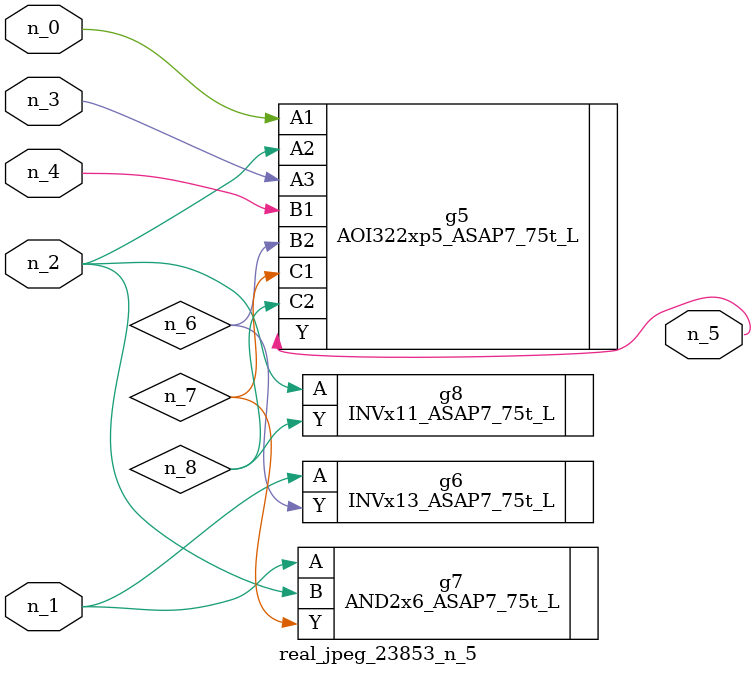
<source format=v>
module real_jpeg_23853_n_5 (n_4, n_0, n_1, n_2, n_3, n_5);

input n_4;
input n_0;
input n_1;
input n_2;
input n_3;

output n_5;

wire n_8;
wire n_6;
wire n_7;

AOI322xp5_ASAP7_75t_L g5 ( 
.A1(n_0),
.A2(n_2),
.A3(n_3),
.B1(n_4),
.B2(n_6),
.C1(n_7),
.C2(n_8),
.Y(n_5)
);

INVx13_ASAP7_75t_L g6 ( 
.A(n_1),
.Y(n_6)
);

AND2x6_ASAP7_75t_L g7 ( 
.A(n_1),
.B(n_2),
.Y(n_7)
);

INVx11_ASAP7_75t_L g8 ( 
.A(n_2),
.Y(n_8)
);


endmodule
</source>
